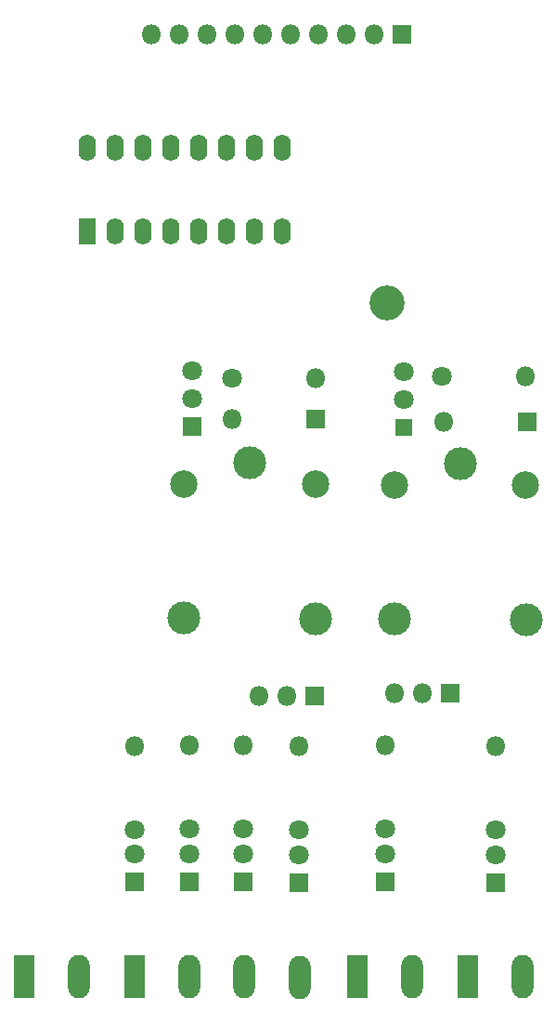
<source format=gbr>
%TF.GenerationSoftware,KiCad,Pcbnew,8.0.6*%
%TF.CreationDate,2025-08-05T17:27:05-05:00*%
%TF.ProjectId,PPDuino Nano Salidas,50504475-696e-46f2-904e-616e6f205361,rev?*%
%TF.SameCoordinates,Original*%
%TF.FileFunction,Soldermask,Bot*%
%TF.FilePolarity,Negative*%
%FSLAX46Y46*%
G04 Gerber Fmt 4.6, Leading zero omitted, Abs format (unit mm)*
G04 Created by KiCad (PCBNEW 8.0.6) date 2025-08-05 17:27:05*
%MOMM*%
%LPD*%
G01*
G04 APERTURE LIST*
%ADD10C,3.000000*%
%ADD11C,2.500000*%
%ADD12C,1.800000*%
%ADD13O,1.800000X1.800000*%
%ADD14R,1.800000X1.800000*%
%ADD15R,1.600000X2.400000*%
%ADD16O,1.600000X2.400000*%
%ADD17R,1.980000X3.960000*%
%ADD18O,1.980000X3.960000*%
%ADD19C,3.200000*%
%ADD20R,1.500000X1.500000*%
G04 APERTURE END LIST*
D10*
%TO.C,K1*%
X141100000Y-84925000D03*
D11*
X135050000Y-86875000D03*
D10*
X135050000Y-99075000D03*
X147100000Y-99125000D03*
D11*
X147050000Y-86875000D03*
%TD*%
D12*
%TO.C,R14*%
X139430000Y-77225000D03*
D13*
X147050000Y-77225000D03*
%TD*%
D14*
%TO.C,D6*%
X147050000Y-80925000D03*
D13*
X139430000Y-80925000D03*
%TD*%
D15*
%TO.C,U5*%
X126225000Y-63895000D03*
D16*
X128765000Y-63895000D03*
X131305000Y-63895000D03*
X133845000Y-63895000D03*
X136385000Y-63895000D03*
X138925000Y-63895000D03*
X141465000Y-63895000D03*
X144005000Y-63895000D03*
X144005000Y-56275000D03*
X141465000Y-56275000D03*
X138925000Y-56275000D03*
X136385000Y-56275000D03*
X133845000Y-56275000D03*
X131305000Y-56275000D03*
X128765000Y-56275000D03*
X126225000Y-56275000D03*
%TD*%
D10*
%TO.C,K2*%
X160300000Y-85025000D03*
D11*
X154250000Y-86975000D03*
D10*
X154250000Y-99175000D03*
X166300000Y-99225000D03*
D11*
X166250000Y-86975000D03*
%TD*%
D14*
%TO.C,J6*%
X147040000Y-106225000D03*
D13*
X144500000Y-106225000D03*
X141960000Y-106225000D03*
%TD*%
D17*
%TO.C,J8*%
X130600000Y-131775000D03*
D18*
X135600000Y-131775000D03*
X140560000Y-131775000D03*
X145660000Y-131875000D03*
%TD*%
D12*
%TO.C,R19*%
X135600000Y-118275000D03*
D13*
X135600000Y-110655000D03*
%TD*%
D14*
%TO.C,J13*%
X159325000Y-105975000D03*
D13*
X156785000Y-105975000D03*
X154245000Y-105975000D03*
%TD*%
D14*
%TO.C,J12*%
X154960000Y-45875000D03*
D13*
X152420000Y-45875000D03*
X149880000Y-45875000D03*
X147340000Y-45875000D03*
X144800000Y-45875000D03*
X142260000Y-45875000D03*
X139720000Y-45875000D03*
X137180000Y-45875000D03*
X134640000Y-45875000D03*
X132100000Y-45875000D03*
%TD*%
D14*
%TO.C,Q1*%
X135800000Y-81625000D03*
D12*
X135800000Y-79085000D03*
X135800000Y-76545000D03*
%TD*%
D17*
%TO.C,J9*%
X120500000Y-131775000D03*
D18*
X125500000Y-131775000D03*
%TD*%
D17*
%TO.C,J14*%
X150900000Y-131775000D03*
D18*
X155900000Y-131775000D03*
%TD*%
D12*
%TO.C,R15*%
X158580000Y-77025000D03*
D13*
X166200000Y-77025000D03*
%TD*%
D12*
%TO.C,R17*%
X145600000Y-118375000D03*
D13*
X145600000Y-110755000D03*
%TD*%
D14*
%TO.C,D10*%
X140500000Y-123100000D03*
D12*
X140500000Y-120560000D03*
%TD*%
D14*
%TO.C,D11*%
X135600000Y-123100000D03*
D12*
X135600000Y-120560000D03*
%TD*%
D19*
%TO.C,REF\u002A\u002A*%
X153600000Y-70375000D03*
%TD*%
D20*
%TO.C,Q2*%
X155100000Y-81725000D03*
D12*
X155100000Y-79185000D03*
X155100000Y-76645000D03*
%TD*%
D14*
%TO.C,D8*%
X166410000Y-81225000D03*
D13*
X158790000Y-81225000D03*
%TD*%
D17*
%TO.C,J7*%
X161000000Y-131775000D03*
D18*
X166000000Y-131775000D03*
%TD*%
D14*
%TO.C,D9*%
X145600000Y-123200000D03*
D12*
X145600000Y-120660000D03*
%TD*%
D14*
%TO.C,D5*%
X153400000Y-123100000D03*
D12*
X153400000Y-120560000D03*
%TD*%
%TO.C,R20*%
X130600000Y-118375000D03*
D13*
X130600000Y-110755000D03*
%TD*%
D12*
%TO.C,R13*%
X153400000Y-118275000D03*
D13*
X153400000Y-110655000D03*
%TD*%
D12*
%TO.C,R16*%
X163500000Y-118375000D03*
D13*
X163500000Y-110755000D03*
%TD*%
D12*
%TO.C,R18*%
X140500000Y-118275000D03*
D13*
X140500000Y-110655000D03*
%TD*%
D14*
%TO.C,D12*%
X130600000Y-123150000D03*
D12*
X130600000Y-120610000D03*
%TD*%
D14*
%TO.C,D7*%
X163500000Y-123200000D03*
D12*
X163500000Y-120660000D03*
%TD*%
M02*

</source>
